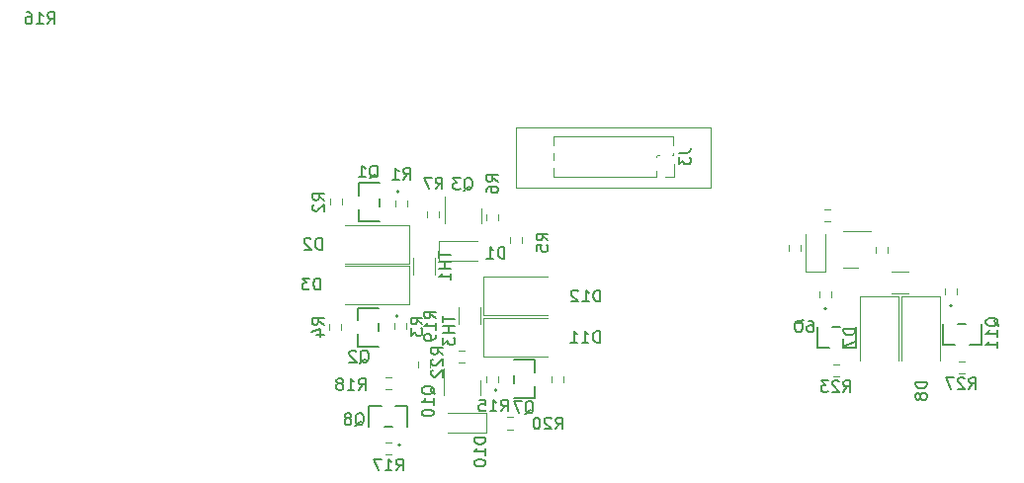
<source format=gbr>
%TF.GenerationSoftware,KiCad,Pcbnew,7.0.10*%
%TF.CreationDate,2025-03-26T19:50:54+01:00*%
%TF.ProjectId,DIC_Addon,4449435f-4164-4646-9f6e-2e6b69636164,rev?*%
%TF.SameCoordinates,Original*%
%TF.FileFunction,Legend,Bot*%
%TF.FilePolarity,Positive*%
%FSLAX46Y46*%
G04 Gerber Fmt 4.6, Leading zero omitted, Abs format (unit mm)*
G04 Created by KiCad (PCBNEW 7.0.10) date 2025-03-26 19:50:54*
%MOMM*%
%LPD*%
G01*
G04 APERTURE LIST*
%ADD10C,0.100000*%
%ADD11C,0.150000*%
%ADD12C,0.120000*%
%ADD13C,0.152400*%
G04 APERTURE END LIST*
D10*
X37751000Y-20701000D02*
X54451000Y-20701000D01*
X54451000Y-25901000D01*
X37751000Y-25901000D01*
X37751000Y-20701000D01*
D11*
X-2385243Y-11849418D02*
X-2051910Y-11373227D01*
X-1813815Y-11849418D02*
X-1813815Y-10849418D01*
X-1813815Y-10849418D02*
X-2194767Y-10849418D01*
X-2194767Y-10849418D02*
X-2290005Y-10897037D01*
X-2290005Y-10897037D02*
X-2337624Y-10944656D01*
X-2337624Y-10944656D02*
X-2385243Y-11039894D01*
X-2385243Y-11039894D02*
X-2385243Y-11182751D01*
X-2385243Y-11182751D02*
X-2337624Y-11277989D01*
X-2337624Y-11277989D02*
X-2290005Y-11325608D01*
X-2290005Y-11325608D02*
X-2194767Y-11373227D01*
X-2194767Y-11373227D02*
X-1813815Y-11373227D01*
X-3337624Y-11849418D02*
X-2766196Y-11849418D01*
X-3051910Y-11849418D02*
X-3051910Y-10849418D01*
X-3051910Y-10849418D02*
X-2956672Y-10992275D01*
X-2956672Y-10992275D02*
X-2861434Y-11087513D01*
X-2861434Y-11087513D02*
X-2766196Y-11135132D01*
X-4194767Y-10849418D02*
X-4004291Y-10849418D01*
X-4004291Y-10849418D02*
X-3909053Y-10897037D01*
X-3909053Y-10897037D02*
X-3861434Y-10944656D01*
X-3861434Y-10944656D02*
X-3766196Y-11087513D01*
X-3766196Y-11087513D02*
X-3718577Y-11277989D01*
X-3718577Y-11277989D02*
X-3718577Y-11658941D01*
X-3718577Y-11658941D02*
X-3766196Y-11754179D01*
X-3766196Y-11754179D02*
X-3813815Y-11801799D01*
X-3813815Y-11801799D02*
X-3909053Y-11849418D01*
X-3909053Y-11849418D02*
X-4099529Y-11849418D01*
X-4099529Y-11849418D02*
X-4194767Y-11801799D01*
X-4194767Y-11801799D02*
X-4242386Y-11754179D01*
X-4242386Y-11754179D02*
X-4290005Y-11658941D01*
X-4290005Y-11658941D02*
X-4290005Y-11420846D01*
X-4290005Y-11420846D02*
X-4242386Y-11325608D01*
X-4242386Y-11325608D02*
X-4194767Y-11277989D01*
X-4194767Y-11277989D02*
X-4099529Y-11230370D01*
X-4099529Y-11230370D02*
X-3909053Y-11230370D01*
X-3909053Y-11230370D02*
X-3813815Y-11277989D01*
X-3813815Y-11277989D02*
X-3766196Y-11325608D01*
X-3766196Y-11325608D02*
X-3718577Y-11420846D01*
X62337961Y-37194342D02*
X62242723Y-37241961D01*
X62242723Y-37241961D02*
X62147485Y-37337200D01*
X62147485Y-37337200D02*
X62004628Y-37480057D01*
X62004628Y-37480057D02*
X61909390Y-37527676D01*
X61909390Y-37527676D02*
X61814152Y-37527676D01*
X61861771Y-37289580D02*
X61766533Y-37337200D01*
X61766533Y-37337200D02*
X61671295Y-37432438D01*
X61671295Y-37432438D02*
X61623676Y-37622914D01*
X61623676Y-37622914D02*
X61623676Y-37956247D01*
X61623676Y-37956247D02*
X61671295Y-38146723D01*
X61671295Y-38146723D02*
X61766533Y-38241961D01*
X61766533Y-38241961D02*
X61861771Y-38289580D01*
X61861771Y-38289580D02*
X62052247Y-38289580D01*
X62052247Y-38289580D02*
X62147485Y-38241961D01*
X62147485Y-38241961D02*
X62242723Y-38146723D01*
X62242723Y-38146723D02*
X62290342Y-37956247D01*
X62290342Y-37956247D02*
X62290342Y-37622914D01*
X62290342Y-37622914D02*
X62242723Y-37432438D01*
X62242723Y-37432438D02*
X62147485Y-37337200D01*
X62147485Y-37337200D02*
X62052247Y-37289580D01*
X62052247Y-37289580D02*
X61861771Y-37289580D01*
X62766533Y-37289580D02*
X62957009Y-37289580D01*
X62957009Y-37289580D02*
X63052247Y-37337200D01*
X63052247Y-37337200D02*
X63099866Y-37384819D01*
X63099866Y-37384819D02*
X63195104Y-37527676D01*
X63195104Y-37527676D02*
X63242723Y-37718152D01*
X63242723Y-37718152D02*
X63242723Y-38099104D01*
X63242723Y-38099104D02*
X63195104Y-38194342D01*
X63195104Y-38194342D02*
X63147485Y-38241961D01*
X63147485Y-38241961D02*
X63052247Y-38289580D01*
X63052247Y-38289580D02*
X62861771Y-38289580D01*
X62861771Y-38289580D02*
X62766533Y-38241961D01*
X62766533Y-38241961D02*
X62718914Y-38194342D01*
X62718914Y-38194342D02*
X62671295Y-38099104D01*
X62671295Y-38099104D02*
X62671295Y-37861009D01*
X62671295Y-37861009D02*
X62718914Y-37765771D01*
X62718914Y-37765771D02*
X62766533Y-37718152D01*
X62766533Y-37718152D02*
X62861771Y-37670533D01*
X62861771Y-37670533D02*
X63052247Y-37670533D01*
X63052247Y-37670533D02*
X63147485Y-37718152D01*
X63147485Y-37718152D02*
X63195104Y-37765771D01*
X63195104Y-37765771D02*
X63242723Y-37861009D01*
X29737319Y-37610333D02*
X29261128Y-37277000D01*
X29737319Y-37038905D02*
X28737319Y-37038905D01*
X28737319Y-37038905D02*
X28737319Y-37419857D01*
X28737319Y-37419857D02*
X28784938Y-37515095D01*
X28784938Y-37515095D02*
X28832557Y-37562714D01*
X28832557Y-37562714D02*
X28927795Y-37610333D01*
X28927795Y-37610333D02*
X29070652Y-37610333D01*
X29070652Y-37610333D02*
X29165890Y-37562714D01*
X29165890Y-37562714D02*
X29213509Y-37515095D01*
X29213509Y-37515095D02*
X29261128Y-37419857D01*
X29261128Y-37419857D02*
X29261128Y-37038905D01*
X28737319Y-37943667D02*
X28737319Y-38562714D01*
X28737319Y-38562714D02*
X29118271Y-38229381D01*
X29118271Y-38229381D02*
X29118271Y-38372238D01*
X29118271Y-38372238D02*
X29165890Y-38467476D01*
X29165890Y-38467476D02*
X29213509Y-38515095D01*
X29213509Y-38515095D02*
X29308747Y-38562714D01*
X29308747Y-38562714D02*
X29546842Y-38562714D01*
X29546842Y-38562714D02*
X29642080Y-38515095D01*
X29642080Y-38515095D02*
X29689700Y-38467476D01*
X29689700Y-38467476D02*
X29737319Y-38372238D01*
X29737319Y-38372238D02*
X29737319Y-38086524D01*
X29737319Y-38086524D02*
X29689700Y-37991286D01*
X29689700Y-37991286D02*
X29642080Y-37943667D01*
X21333619Y-26960533D02*
X20857428Y-26627200D01*
X21333619Y-26389105D02*
X20333619Y-26389105D01*
X20333619Y-26389105D02*
X20333619Y-26770057D01*
X20333619Y-26770057D02*
X20381238Y-26865295D01*
X20381238Y-26865295D02*
X20428857Y-26912914D01*
X20428857Y-26912914D02*
X20524095Y-26960533D01*
X20524095Y-26960533D02*
X20666952Y-26960533D01*
X20666952Y-26960533D02*
X20762190Y-26912914D01*
X20762190Y-26912914D02*
X20809809Y-26865295D01*
X20809809Y-26865295D02*
X20857428Y-26770057D01*
X20857428Y-26770057D02*
X20857428Y-26389105D01*
X20428857Y-27341486D02*
X20381238Y-27389105D01*
X20381238Y-27389105D02*
X20333619Y-27484343D01*
X20333619Y-27484343D02*
X20333619Y-27722438D01*
X20333619Y-27722438D02*
X20381238Y-27817676D01*
X20381238Y-27817676D02*
X20428857Y-27865295D01*
X20428857Y-27865295D02*
X20524095Y-27912914D01*
X20524095Y-27912914D02*
X20619333Y-27912914D01*
X20619333Y-27912914D02*
X20762190Y-27865295D01*
X20762190Y-27865295D02*
X21333619Y-27293867D01*
X21333619Y-27293867D02*
X21333619Y-27912914D01*
X28106666Y-25194419D02*
X28439999Y-24718228D01*
X28678094Y-25194419D02*
X28678094Y-24194419D01*
X28678094Y-24194419D02*
X28297142Y-24194419D01*
X28297142Y-24194419D02*
X28201904Y-24242038D01*
X28201904Y-24242038D02*
X28154285Y-24289657D01*
X28154285Y-24289657D02*
X28106666Y-24384895D01*
X28106666Y-24384895D02*
X28106666Y-24527752D01*
X28106666Y-24527752D02*
X28154285Y-24622990D01*
X28154285Y-24622990D02*
X28201904Y-24670609D01*
X28201904Y-24670609D02*
X28297142Y-24718228D01*
X28297142Y-24718228D02*
X28678094Y-24718228D01*
X27154285Y-25194419D02*
X27725713Y-25194419D01*
X27439999Y-25194419D02*
X27439999Y-24194419D01*
X27439999Y-24194419D02*
X27535237Y-24337276D01*
X27535237Y-24337276D02*
X27630475Y-24432514D01*
X27630475Y-24432514D02*
X27725713Y-24480133D01*
X24264857Y-43228419D02*
X24598190Y-42752228D01*
X24836285Y-43228419D02*
X24836285Y-42228419D01*
X24836285Y-42228419D02*
X24455333Y-42228419D01*
X24455333Y-42228419D02*
X24360095Y-42276038D01*
X24360095Y-42276038D02*
X24312476Y-42323657D01*
X24312476Y-42323657D02*
X24264857Y-42418895D01*
X24264857Y-42418895D02*
X24264857Y-42561752D01*
X24264857Y-42561752D02*
X24312476Y-42656990D01*
X24312476Y-42656990D02*
X24360095Y-42704609D01*
X24360095Y-42704609D02*
X24455333Y-42752228D01*
X24455333Y-42752228D02*
X24836285Y-42752228D01*
X23312476Y-43228419D02*
X23883904Y-43228419D01*
X23598190Y-43228419D02*
X23598190Y-42228419D01*
X23598190Y-42228419D02*
X23693428Y-42371276D01*
X23693428Y-42371276D02*
X23788666Y-42466514D01*
X23788666Y-42466514D02*
X23883904Y-42514133D01*
X22741047Y-42656990D02*
X22836285Y-42609371D01*
X22836285Y-42609371D02*
X22883904Y-42561752D01*
X22883904Y-42561752D02*
X22931523Y-42466514D01*
X22931523Y-42466514D02*
X22931523Y-42418895D01*
X22931523Y-42418895D02*
X22883904Y-42323657D01*
X22883904Y-42323657D02*
X22836285Y-42276038D01*
X22836285Y-42276038D02*
X22741047Y-42228419D01*
X22741047Y-42228419D02*
X22550571Y-42228419D01*
X22550571Y-42228419D02*
X22455333Y-42276038D01*
X22455333Y-42276038D02*
X22407714Y-42323657D01*
X22407714Y-42323657D02*
X22360095Y-42418895D01*
X22360095Y-42418895D02*
X22360095Y-42466514D01*
X22360095Y-42466514D02*
X22407714Y-42561752D01*
X22407714Y-42561752D02*
X22455333Y-42609371D01*
X22455333Y-42609371D02*
X22550571Y-42656990D01*
X22550571Y-42656990D02*
X22741047Y-42656990D01*
X22741047Y-42656990D02*
X22836285Y-42704609D01*
X22836285Y-42704609D02*
X22883904Y-42752228D01*
X22883904Y-42752228D02*
X22931523Y-42847466D01*
X22931523Y-42847466D02*
X22931523Y-43037942D01*
X22931523Y-43037942D02*
X22883904Y-43133180D01*
X22883904Y-43133180D02*
X22836285Y-43180800D01*
X22836285Y-43180800D02*
X22741047Y-43228419D01*
X22741047Y-43228419D02*
X22550571Y-43228419D01*
X22550571Y-43228419D02*
X22455333Y-43180800D01*
X22455333Y-43180800D02*
X22407714Y-43133180D01*
X22407714Y-43133180D02*
X22360095Y-43037942D01*
X22360095Y-43037942D02*
X22360095Y-42847466D01*
X22360095Y-42847466D02*
X22407714Y-42752228D01*
X22407714Y-42752228D02*
X22455333Y-42704609D01*
X22455333Y-42704609D02*
X22550571Y-42656990D01*
X76551356Y-43159819D02*
X76884689Y-42683628D01*
X77122784Y-43159819D02*
X77122784Y-42159819D01*
X77122784Y-42159819D02*
X76741832Y-42159819D01*
X76741832Y-42159819D02*
X76646594Y-42207438D01*
X76646594Y-42207438D02*
X76598975Y-42255057D01*
X76598975Y-42255057D02*
X76551356Y-42350295D01*
X76551356Y-42350295D02*
X76551356Y-42493152D01*
X76551356Y-42493152D02*
X76598975Y-42588390D01*
X76598975Y-42588390D02*
X76646594Y-42636009D01*
X76646594Y-42636009D02*
X76741832Y-42683628D01*
X76741832Y-42683628D02*
X77122784Y-42683628D01*
X76170403Y-42255057D02*
X76122784Y-42207438D01*
X76122784Y-42207438D02*
X76027546Y-42159819D01*
X76027546Y-42159819D02*
X75789451Y-42159819D01*
X75789451Y-42159819D02*
X75694213Y-42207438D01*
X75694213Y-42207438D02*
X75646594Y-42255057D01*
X75646594Y-42255057D02*
X75598975Y-42350295D01*
X75598975Y-42350295D02*
X75598975Y-42445533D01*
X75598975Y-42445533D02*
X75646594Y-42588390D01*
X75646594Y-42588390D02*
X76218022Y-43159819D01*
X76218022Y-43159819D02*
X75598975Y-43159819D01*
X75265641Y-42159819D02*
X74598975Y-42159819D01*
X74598975Y-42159819D02*
X75027546Y-43159819D01*
X44902285Y-39164419D02*
X44902285Y-38164419D01*
X44902285Y-38164419D02*
X44664190Y-38164419D01*
X44664190Y-38164419D02*
X44521333Y-38212038D01*
X44521333Y-38212038D02*
X44426095Y-38307276D01*
X44426095Y-38307276D02*
X44378476Y-38402514D01*
X44378476Y-38402514D02*
X44330857Y-38592990D01*
X44330857Y-38592990D02*
X44330857Y-38735847D01*
X44330857Y-38735847D02*
X44378476Y-38926323D01*
X44378476Y-38926323D02*
X44426095Y-39021561D01*
X44426095Y-39021561D02*
X44521333Y-39116800D01*
X44521333Y-39116800D02*
X44664190Y-39164419D01*
X44664190Y-39164419D02*
X44902285Y-39164419D01*
X43378476Y-39164419D02*
X43949904Y-39164419D01*
X43664190Y-39164419D02*
X43664190Y-38164419D01*
X43664190Y-38164419D02*
X43759428Y-38307276D01*
X43759428Y-38307276D02*
X43854666Y-38402514D01*
X43854666Y-38402514D02*
X43949904Y-38450133D01*
X42426095Y-39164419D02*
X42997523Y-39164419D01*
X42711809Y-39164419D02*
X42711809Y-38164419D01*
X42711809Y-38164419D02*
X42807047Y-38307276D01*
X42807047Y-38307276D02*
X42902285Y-38402514D01*
X42902285Y-38402514D02*
X42997523Y-38450133D01*
X27478357Y-50144819D02*
X27811690Y-49668628D01*
X28049785Y-50144819D02*
X28049785Y-49144819D01*
X28049785Y-49144819D02*
X27668833Y-49144819D01*
X27668833Y-49144819D02*
X27573595Y-49192438D01*
X27573595Y-49192438D02*
X27525976Y-49240057D01*
X27525976Y-49240057D02*
X27478357Y-49335295D01*
X27478357Y-49335295D02*
X27478357Y-49478152D01*
X27478357Y-49478152D02*
X27525976Y-49573390D01*
X27525976Y-49573390D02*
X27573595Y-49621009D01*
X27573595Y-49621009D02*
X27668833Y-49668628D01*
X27668833Y-49668628D02*
X28049785Y-49668628D01*
X26525976Y-50144819D02*
X27097404Y-50144819D01*
X26811690Y-50144819D02*
X26811690Y-49144819D01*
X26811690Y-49144819D02*
X26906928Y-49287676D01*
X26906928Y-49287676D02*
X27002166Y-49382914D01*
X27002166Y-49382914D02*
X27097404Y-49430533D01*
X26192642Y-49144819D02*
X25525976Y-49144819D01*
X25525976Y-49144819D02*
X25954547Y-50144819D01*
X36218019Y-25385733D02*
X35741828Y-25052400D01*
X36218019Y-24814305D02*
X35218019Y-24814305D01*
X35218019Y-24814305D02*
X35218019Y-25195257D01*
X35218019Y-25195257D02*
X35265638Y-25290495D01*
X35265638Y-25290495D02*
X35313257Y-25338114D01*
X35313257Y-25338114D02*
X35408495Y-25385733D01*
X35408495Y-25385733D02*
X35551352Y-25385733D01*
X35551352Y-25385733D02*
X35646590Y-25338114D01*
X35646590Y-25338114D02*
X35694209Y-25290495D01*
X35694209Y-25290495D02*
X35741828Y-25195257D01*
X35741828Y-25195257D02*
X35741828Y-24814305D01*
X35218019Y-26242876D02*
X35218019Y-26052400D01*
X35218019Y-26052400D02*
X35265638Y-25957162D01*
X35265638Y-25957162D02*
X35313257Y-25909543D01*
X35313257Y-25909543D02*
X35456114Y-25814305D01*
X35456114Y-25814305D02*
X35646590Y-25766686D01*
X35646590Y-25766686D02*
X36027542Y-25766686D01*
X36027542Y-25766686D02*
X36122780Y-25814305D01*
X36122780Y-25814305D02*
X36170400Y-25861924D01*
X36170400Y-25861924D02*
X36218019Y-25957162D01*
X36218019Y-25957162D02*
X36218019Y-26147638D01*
X36218019Y-26147638D02*
X36170400Y-26242876D01*
X36170400Y-26242876D02*
X36122780Y-26290495D01*
X36122780Y-26290495D02*
X36027542Y-26338114D01*
X36027542Y-26338114D02*
X35789447Y-26338114D01*
X35789447Y-26338114D02*
X35694209Y-26290495D01*
X35694209Y-26290495D02*
X35646590Y-26242876D01*
X35646590Y-26242876D02*
X35598971Y-26147638D01*
X35598971Y-26147638D02*
X35598971Y-25957162D01*
X35598971Y-25957162D02*
X35646590Y-25861924D01*
X35646590Y-25861924D02*
X35694209Y-25814305D01*
X35694209Y-25814305D02*
X35789447Y-25766686D01*
X35151219Y-47299714D02*
X34151219Y-47299714D01*
X34151219Y-47299714D02*
X34151219Y-47537809D01*
X34151219Y-47537809D02*
X34198838Y-47680666D01*
X34198838Y-47680666D02*
X34294076Y-47775904D01*
X34294076Y-47775904D02*
X34389314Y-47823523D01*
X34389314Y-47823523D02*
X34579790Y-47871142D01*
X34579790Y-47871142D02*
X34722647Y-47871142D01*
X34722647Y-47871142D02*
X34913123Y-47823523D01*
X34913123Y-47823523D02*
X35008361Y-47775904D01*
X35008361Y-47775904D02*
X35103600Y-47680666D01*
X35103600Y-47680666D02*
X35151219Y-47537809D01*
X35151219Y-47537809D02*
X35151219Y-47299714D01*
X35151219Y-48823523D02*
X35151219Y-48252095D01*
X35151219Y-48537809D02*
X34151219Y-48537809D01*
X34151219Y-48537809D02*
X34294076Y-48442571D01*
X34294076Y-48442571D02*
X34389314Y-48347333D01*
X34389314Y-48347333D02*
X34436933Y-48252095D01*
X34151219Y-49442571D02*
X34151219Y-49537809D01*
X34151219Y-49537809D02*
X34198838Y-49633047D01*
X34198838Y-49633047D02*
X34246457Y-49680666D01*
X34246457Y-49680666D02*
X34341695Y-49728285D01*
X34341695Y-49728285D02*
X34532171Y-49775904D01*
X34532171Y-49775904D02*
X34770266Y-49775904D01*
X34770266Y-49775904D02*
X34960742Y-49728285D01*
X34960742Y-49728285D02*
X35055980Y-49680666D01*
X35055980Y-49680666D02*
X35103600Y-49633047D01*
X35103600Y-49633047D02*
X35151219Y-49537809D01*
X35151219Y-49537809D02*
X35151219Y-49442571D01*
X35151219Y-49442571D02*
X35103600Y-49347333D01*
X35103600Y-49347333D02*
X35055980Y-49299714D01*
X35055980Y-49299714D02*
X34960742Y-49252095D01*
X34960742Y-49252095D02*
X34770266Y-49204476D01*
X34770266Y-49204476D02*
X34532171Y-49204476D01*
X34532171Y-49204476D02*
X34341695Y-49252095D01*
X34341695Y-49252095D02*
X34246457Y-49299714D01*
X34246457Y-49299714D02*
X34198838Y-49347333D01*
X34198838Y-49347333D02*
X34151219Y-49442571D01*
X51700819Y-22897666D02*
X52415104Y-22897666D01*
X52415104Y-22897666D02*
X52557961Y-22850047D01*
X52557961Y-22850047D02*
X52653200Y-22754809D01*
X52653200Y-22754809D02*
X52700819Y-22611952D01*
X52700819Y-22611952D02*
X52700819Y-22516714D01*
X51700819Y-23278619D02*
X51700819Y-23897666D01*
X51700819Y-23897666D02*
X52081771Y-23564333D01*
X52081771Y-23564333D02*
X52081771Y-23707190D01*
X52081771Y-23707190D02*
X52129390Y-23802428D01*
X52129390Y-23802428D02*
X52177009Y-23850047D01*
X52177009Y-23850047D02*
X52272247Y-23897666D01*
X52272247Y-23897666D02*
X52510342Y-23897666D01*
X52510342Y-23897666D02*
X52605580Y-23850047D01*
X52605580Y-23850047D02*
X52653200Y-23802428D01*
X52653200Y-23802428D02*
X52700819Y-23707190D01*
X52700819Y-23707190D02*
X52700819Y-23421476D01*
X52700819Y-23421476D02*
X52653200Y-23326238D01*
X52653200Y-23326238D02*
X52605580Y-23278619D01*
X20956494Y-34643219D02*
X20956494Y-33643219D01*
X20956494Y-33643219D02*
X20718399Y-33643219D01*
X20718399Y-33643219D02*
X20575542Y-33690838D01*
X20575542Y-33690838D02*
X20480304Y-33786076D01*
X20480304Y-33786076D02*
X20432685Y-33881314D01*
X20432685Y-33881314D02*
X20385066Y-34071790D01*
X20385066Y-34071790D02*
X20385066Y-34214647D01*
X20385066Y-34214647D02*
X20432685Y-34405123D01*
X20432685Y-34405123D02*
X20480304Y-34500361D01*
X20480304Y-34500361D02*
X20575542Y-34595600D01*
X20575542Y-34595600D02*
X20718399Y-34643219D01*
X20718399Y-34643219D02*
X20956494Y-34643219D01*
X20051732Y-33643219D02*
X19432685Y-33643219D01*
X19432685Y-33643219D02*
X19766018Y-34024171D01*
X19766018Y-34024171D02*
X19623161Y-34024171D01*
X19623161Y-34024171D02*
X19527923Y-34071790D01*
X19527923Y-34071790D02*
X19480304Y-34119409D01*
X19480304Y-34119409D02*
X19432685Y-34214647D01*
X19432685Y-34214647D02*
X19432685Y-34452742D01*
X19432685Y-34452742D02*
X19480304Y-34547980D01*
X19480304Y-34547980D02*
X19527923Y-34595600D01*
X19527923Y-34595600D02*
X19623161Y-34643219D01*
X19623161Y-34643219D02*
X19908875Y-34643219D01*
X19908875Y-34643219D02*
X20004113Y-34595600D01*
X20004113Y-34595600D02*
X20051732Y-34547980D01*
X30849866Y-26007219D02*
X31183199Y-25531028D01*
X31421294Y-26007219D02*
X31421294Y-25007219D01*
X31421294Y-25007219D02*
X31040342Y-25007219D01*
X31040342Y-25007219D02*
X30945104Y-25054838D01*
X30945104Y-25054838D02*
X30897485Y-25102457D01*
X30897485Y-25102457D02*
X30849866Y-25197695D01*
X30849866Y-25197695D02*
X30849866Y-25340552D01*
X30849866Y-25340552D02*
X30897485Y-25435790D01*
X30897485Y-25435790D02*
X30945104Y-25483409D01*
X30945104Y-25483409D02*
X31040342Y-25531028D01*
X31040342Y-25531028D02*
X31421294Y-25531028D01*
X30516532Y-25007219D02*
X29849866Y-25007219D01*
X29849866Y-25007219D02*
X30278437Y-26007219D01*
X38500038Y-45304857D02*
X38595276Y-45257238D01*
X38595276Y-45257238D02*
X38690514Y-45162000D01*
X38690514Y-45162000D02*
X38833371Y-45019142D01*
X38833371Y-45019142D02*
X38928609Y-44971523D01*
X38928609Y-44971523D02*
X39023847Y-44971523D01*
X38976228Y-45209619D02*
X39071466Y-45162000D01*
X39071466Y-45162000D02*
X39166704Y-45066761D01*
X39166704Y-45066761D02*
X39214323Y-44876285D01*
X39214323Y-44876285D02*
X39214323Y-44542952D01*
X39214323Y-44542952D02*
X39166704Y-44352476D01*
X39166704Y-44352476D02*
X39071466Y-44257238D01*
X39071466Y-44257238D02*
X38976228Y-44209619D01*
X38976228Y-44209619D02*
X38785752Y-44209619D01*
X38785752Y-44209619D02*
X38690514Y-44257238D01*
X38690514Y-44257238D02*
X38595276Y-44352476D01*
X38595276Y-44352476D02*
X38547657Y-44542952D01*
X38547657Y-44542952D02*
X38547657Y-44876285D01*
X38547657Y-44876285D02*
X38595276Y-45066761D01*
X38595276Y-45066761D02*
X38690514Y-45162000D01*
X38690514Y-45162000D02*
X38785752Y-45209619D01*
X38785752Y-45209619D02*
X38976228Y-45209619D01*
X38214323Y-44209619D02*
X37547657Y-44209619D01*
X37547657Y-44209619D02*
X37976228Y-45209619D01*
X36755294Y-31950819D02*
X36755294Y-30950819D01*
X36755294Y-30950819D02*
X36517199Y-30950819D01*
X36517199Y-30950819D02*
X36374342Y-30998438D01*
X36374342Y-30998438D02*
X36279104Y-31093676D01*
X36279104Y-31093676D02*
X36231485Y-31188914D01*
X36231485Y-31188914D02*
X36183866Y-31379390D01*
X36183866Y-31379390D02*
X36183866Y-31522247D01*
X36183866Y-31522247D02*
X36231485Y-31712723D01*
X36231485Y-31712723D02*
X36279104Y-31807961D01*
X36279104Y-31807961D02*
X36374342Y-31903200D01*
X36374342Y-31903200D02*
X36517199Y-31950819D01*
X36517199Y-31950819D02*
X36755294Y-31950819D01*
X35231485Y-31950819D02*
X35802913Y-31950819D01*
X35517199Y-31950819D02*
X35517199Y-30950819D01*
X35517199Y-30950819D02*
X35612437Y-31093676D01*
X35612437Y-31093676D02*
X35707675Y-31188914D01*
X35707675Y-31188914D02*
X35802913Y-31236533D01*
X30776057Y-43624571D02*
X30728438Y-43529333D01*
X30728438Y-43529333D02*
X30633200Y-43434095D01*
X30633200Y-43434095D02*
X30490342Y-43291238D01*
X30490342Y-43291238D02*
X30442723Y-43196000D01*
X30442723Y-43196000D02*
X30442723Y-43100762D01*
X30680819Y-43148381D02*
X30633200Y-43053143D01*
X30633200Y-43053143D02*
X30537961Y-42957905D01*
X30537961Y-42957905D02*
X30347485Y-42910286D01*
X30347485Y-42910286D02*
X30014152Y-42910286D01*
X30014152Y-42910286D02*
X29823676Y-42957905D01*
X29823676Y-42957905D02*
X29728438Y-43053143D01*
X29728438Y-43053143D02*
X29680819Y-43148381D01*
X29680819Y-43148381D02*
X29680819Y-43338857D01*
X29680819Y-43338857D02*
X29728438Y-43434095D01*
X29728438Y-43434095D02*
X29823676Y-43529333D01*
X29823676Y-43529333D02*
X30014152Y-43576952D01*
X30014152Y-43576952D02*
X30347485Y-43576952D01*
X30347485Y-43576952D02*
X30537961Y-43529333D01*
X30537961Y-43529333D02*
X30633200Y-43434095D01*
X30633200Y-43434095D02*
X30680819Y-43338857D01*
X30680819Y-43338857D02*
X30680819Y-43148381D01*
X30680819Y-44529333D02*
X30680819Y-43957905D01*
X30680819Y-44243619D02*
X29680819Y-44243619D01*
X29680819Y-44243619D02*
X29823676Y-44148381D01*
X29823676Y-44148381D02*
X29918914Y-44053143D01*
X29918914Y-44053143D02*
X29966533Y-43957905D01*
X29680819Y-45148381D02*
X29680819Y-45243619D01*
X29680819Y-45243619D02*
X29728438Y-45338857D01*
X29728438Y-45338857D02*
X29776057Y-45386476D01*
X29776057Y-45386476D02*
X29871295Y-45434095D01*
X29871295Y-45434095D02*
X30061771Y-45481714D01*
X30061771Y-45481714D02*
X30299866Y-45481714D01*
X30299866Y-45481714D02*
X30490342Y-45434095D01*
X30490342Y-45434095D02*
X30585580Y-45386476D01*
X30585580Y-45386476D02*
X30633200Y-45338857D01*
X30633200Y-45338857D02*
X30680819Y-45243619D01*
X30680819Y-45243619D02*
X30680819Y-45148381D01*
X30680819Y-45148381D02*
X30633200Y-45053143D01*
X30633200Y-45053143D02*
X30585580Y-45005524D01*
X30585580Y-45005524D02*
X30490342Y-44957905D01*
X30490342Y-44957905D02*
X30299866Y-44910286D01*
X30299866Y-44910286D02*
X30061771Y-44910286D01*
X30061771Y-44910286D02*
X29871295Y-44957905D01*
X29871295Y-44957905D02*
X29776057Y-45005524D01*
X29776057Y-45005524D02*
X29728438Y-45053143D01*
X29728438Y-45053143D02*
X29680819Y-45148381D01*
X24377638Y-40936057D02*
X24472876Y-40888438D01*
X24472876Y-40888438D02*
X24568114Y-40793200D01*
X24568114Y-40793200D02*
X24710971Y-40650342D01*
X24710971Y-40650342D02*
X24806209Y-40602723D01*
X24806209Y-40602723D02*
X24901447Y-40602723D01*
X24853828Y-40840819D02*
X24949066Y-40793200D01*
X24949066Y-40793200D02*
X25044304Y-40697961D01*
X25044304Y-40697961D02*
X25091923Y-40507485D01*
X25091923Y-40507485D02*
X25091923Y-40174152D01*
X25091923Y-40174152D02*
X25044304Y-39983676D01*
X25044304Y-39983676D02*
X24949066Y-39888438D01*
X24949066Y-39888438D02*
X24853828Y-39840819D01*
X24853828Y-39840819D02*
X24663352Y-39840819D01*
X24663352Y-39840819D02*
X24568114Y-39888438D01*
X24568114Y-39888438D02*
X24472876Y-39983676D01*
X24472876Y-39983676D02*
X24425257Y-40174152D01*
X24425257Y-40174152D02*
X24425257Y-40507485D01*
X24425257Y-40507485D02*
X24472876Y-40697961D01*
X24472876Y-40697961D02*
X24568114Y-40793200D01*
X24568114Y-40793200D02*
X24663352Y-40840819D01*
X24663352Y-40840819D02*
X24853828Y-40840819D01*
X24044304Y-39936057D02*
X23996685Y-39888438D01*
X23996685Y-39888438D02*
X23901447Y-39840819D01*
X23901447Y-39840819D02*
X23663352Y-39840819D01*
X23663352Y-39840819D02*
X23568114Y-39888438D01*
X23568114Y-39888438D02*
X23520495Y-39936057D01*
X23520495Y-39936057D02*
X23472876Y-40031295D01*
X23472876Y-40031295D02*
X23472876Y-40126533D01*
X23472876Y-40126533D02*
X23520495Y-40269390D01*
X23520495Y-40269390D02*
X24091923Y-40840819D01*
X24091923Y-40840819D02*
X23472876Y-40840819D01*
X65793857Y-43413819D02*
X66127190Y-42937628D01*
X66365285Y-43413819D02*
X66365285Y-42413819D01*
X66365285Y-42413819D02*
X65984333Y-42413819D01*
X65984333Y-42413819D02*
X65889095Y-42461438D01*
X65889095Y-42461438D02*
X65841476Y-42509057D01*
X65841476Y-42509057D02*
X65793857Y-42604295D01*
X65793857Y-42604295D02*
X65793857Y-42747152D01*
X65793857Y-42747152D02*
X65841476Y-42842390D01*
X65841476Y-42842390D02*
X65889095Y-42890009D01*
X65889095Y-42890009D02*
X65984333Y-42937628D01*
X65984333Y-42937628D02*
X66365285Y-42937628D01*
X65412904Y-42509057D02*
X65365285Y-42461438D01*
X65365285Y-42461438D02*
X65270047Y-42413819D01*
X65270047Y-42413819D02*
X65031952Y-42413819D01*
X65031952Y-42413819D02*
X64936714Y-42461438D01*
X64936714Y-42461438D02*
X64889095Y-42509057D01*
X64889095Y-42509057D02*
X64841476Y-42604295D01*
X64841476Y-42604295D02*
X64841476Y-42699533D01*
X64841476Y-42699533D02*
X64889095Y-42842390D01*
X64889095Y-42842390D02*
X65460523Y-43413819D01*
X65460523Y-43413819D02*
X64841476Y-43413819D01*
X64508142Y-42413819D02*
X63889095Y-42413819D01*
X63889095Y-42413819D02*
X64222428Y-42794771D01*
X64222428Y-42794771D02*
X64079571Y-42794771D01*
X64079571Y-42794771D02*
X63984333Y-42842390D01*
X63984333Y-42842390D02*
X63936714Y-42890009D01*
X63936714Y-42890009D02*
X63889095Y-42985247D01*
X63889095Y-42985247D02*
X63889095Y-43223342D01*
X63889095Y-43223342D02*
X63936714Y-43318580D01*
X63936714Y-43318580D02*
X63984333Y-43366200D01*
X63984333Y-43366200D02*
X64079571Y-43413819D01*
X64079571Y-43413819D02*
X64365285Y-43413819D01*
X64365285Y-43413819D02*
X64460523Y-43366200D01*
X64460523Y-43366200D02*
X64508142Y-43318580D01*
X30884019Y-37101542D02*
X30407828Y-36768209D01*
X30884019Y-36530114D02*
X29884019Y-36530114D01*
X29884019Y-36530114D02*
X29884019Y-36911066D01*
X29884019Y-36911066D02*
X29931638Y-37006304D01*
X29931638Y-37006304D02*
X29979257Y-37053923D01*
X29979257Y-37053923D02*
X30074495Y-37101542D01*
X30074495Y-37101542D02*
X30217352Y-37101542D01*
X30217352Y-37101542D02*
X30312590Y-37053923D01*
X30312590Y-37053923D02*
X30360209Y-37006304D01*
X30360209Y-37006304D02*
X30407828Y-36911066D01*
X30407828Y-36911066D02*
X30407828Y-36530114D01*
X30884019Y-38053923D02*
X30884019Y-37482495D01*
X30884019Y-37768209D02*
X29884019Y-37768209D01*
X29884019Y-37768209D02*
X30026876Y-37672971D01*
X30026876Y-37672971D02*
X30122114Y-37577733D01*
X30122114Y-37577733D02*
X30169733Y-37482495D01*
X30884019Y-38530114D02*
X30884019Y-38720590D01*
X30884019Y-38720590D02*
X30836400Y-38815828D01*
X30836400Y-38815828D02*
X30788780Y-38863447D01*
X30788780Y-38863447D02*
X30645923Y-38958685D01*
X30645923Y-38958685D02*
X30455447Y-39006304D01*
X30455447Y-39006304D02*
X30074495Y-39006304D01*
X30074495Y-39006304D02*
X29979257Y-38958685D01*
X29979257Y-38958685D02*
X29931638Y-38911066D01*
X29931638Y-38911066D02*
X29884019Y-38815828D01*
X29884019Y-38815828D02*
X29884019Y-38625352D01*
X29884019Y-38625352D02*
X29931638Y-38530114D01*
X29931638Y-38530114D02*
X29979257Y-38482495D01*
X29979257Y-38482495D02*
X30074495Y-38434876D01*
X30074495Y-38434876D02*
X30312590Y-38434876D01*
X30312590Y-38434876D02*
X30407828Y-38482495D01*
X30407828Y-38482495D02*
X30455447Y-38530114D01*
X30455447Y-38530114D02*
X30503066Y-38625352D01*
X30503066Y-38625352D02*
X30503066Y-38815828D01*
X30503066Y-38815828D02*
X30455447Y-38911066D01*
X30455447Y-38911066D02*
X30407828Y-38958685D01*
X30407828Y-38958685D02*
X30312590Y-39006304D01*
X41130457Y-46581219D02*
X41463790Y-46105028D01*
X41701885Y-46581219D02*
X41701885Y-45581219D01*
X41701885Y-45581219D02*
X41320933Y-45581219D01*
X41320933Y-45581219D02*
X41225695Y-45628838D01*
X41225695Y-45628838D02*
X41178076Y-45676457D01*
X41178076Y-45676457D02*
X41130457Y-45771695D01*
X41130457Y-45771695D02*
X41130457Y-45914552D01*
X41130457Y-45914552D02*
X41178076Y-46009790D01*
X41178076Y-46009790D02*
X41225695Y-46057409D01*
X41225695Y-46057409D02*
X41320933Y-46105028D01*
X41320933Y-46105028D02*
X41701885Y-46105028D01*
X40749504Y-45676457D02*
X40701885Y-45628838D01*
X40701885Y-45628838D02*
X40606647Y-45581219D01*
X40606647Y-45581219D02*
X40368552Y-45581219D01*
X40368552Y-45581219D02*
X40273314Y-45628838D01*
X40273314Y-45628838D02*
X40225695Y-45676457D01*
X40225695Y-45676457D02*
X40178076Y-45771695D01*
X40178076Y-45771695D02*
X40178076Y-45866933D01*
X40178076Y-45866933D02*
X40225695Y-46009790D01*
X40225695Y-46009790D02*
X40797123Y-46581219D01*
X40797123Y-46581219D02*
X40178076Y-46581219D01*
X39559028Y-45581219D02*
X39463790Y-45581219D01*
X39463790Y-45581219D02*
X39368552Y-45628838D01*
X39368552Y-45628838D02*
X39320933Y-45676457D01*
X39320933Y-45676457D02*
X39273314Y-45771695D01*
X39273314Y-45771695D02*
X39225695Y-45962171D01*
X39225695Y-45962171D02*
X39225695Y-46200266D01*
X39225695Y-46200266D02*
X39273314Y-46390742D01*
X39273314Y-46390742D02*
X39320933Y-46485980D01*
X39320933Y-46485980D02*
X39368552Y-46533600D01*
X39368552Y-46533600D02*
X39463790Y-46581219D01*
X39463790Y-46581219D02*
X39559028Y-46581219D01*
X39559028Y-46581219D02*
X39654266Y-46533600D01*
X39654266Y-46533600D02*
X39701885Y-46485980D01*
X39701885Y-46485980D02*
X39749504Y-46390742D01*
X39749504Y-46390742D02*
X39797123Y-46200266D01*
X39797123Y-46200266D02*
X39797123Y-45962171D01*
X39797123Y-45962171D02*
X39749504Y-45771695D01*
X39749504Y-45771695D02*
X39701885Y-45676457D01*
X39701885Y-45676457D02*
X39654266Y-45628838D01*
X39654266Y-45628838D02*
X39559028Y-45581219D01*
X36456857Y-45057219D02*
X36790190Y-44581028D01*
X37028285Y-45057219D02*
X37028285Y-44057219D01*
X37028285Y-44057219D02*
X36647333Y-44057219D01*
X36647333Y-44057219D02*
X36552095Y-44104838D01*
X36552095Y-44104838D02*
X36504476Y-44152457D01*
X36504476Y-44152457D02*
X36456857Y-44247695D01*
X36456857Y-44247695D02*
X36456857Y-44390552D01*
X36456857Y-44390552D02*
X36504476Y-44485790D01*
X36504476Y-44485790D02*
X36552095Y-44533409D01*
X36552095Y-44533409D02*
X36647333Y-44581028D01*
X36647333Y-44581028D02*
X37028285Y-44581028D01*
X35504476Y-45057219D02*
X36075904Y-45057219D01*
X35790190Y-45057219D02*
X35790190Y-44057219D01*
X35790190Y-44057219D02*
X35885428Y-44200076D01*
X35885428Y-44200076D02*
X35980666Y-44295314D01*
X35980666Y-44295314D02*
X36075904Y-44342933D01*
X34599714Y-44057219D02*
X35075904Y-44057219D01*
X35075904Y-44057219D02*
X35123523Y-44533409D01*
X35123523Y-44533409D02*
X35075904Y-44485790D01*
X35075904Y-44485790D02*
X34980666Y-44438171D01*
X34980666Y-44438171D02*
X34742571Y-44438171D01*
X34742571Y-44438171D02*
X34647333Y-44485790D01*
X34647333Y-44485790D02*
X34599714Y-44533409D01*
X34599714Y-44533409D02*
X34552095Y-44628647D01*
X34552095Y-44628647D02*
X34552095Y-44866742D01*
X34552095Y-44866742D02*
X34599714Y-44961980D01*
X34599714Y-44961980D02*
X34647333Y-45009600D01*
X34647333Y-45009600D02*
X34742571Y-45057219D01*
X34742571Y-45057219D02*
X34980666Y-45057219D01*
X34980666Y-45057219D02*
X35075904Y-45009600D01*
X35075904Y-45009600D02*
X35123523Y-44961980D01*
X21108894Y-31188819D02*
X21108894Y-30188819D01*
X21108894Y-30188819D02*
X20870799Y-30188819D01*
X20870799Y-30188819D02*
X20727942Y-30236438D01*
X20727942Y-30236438D02*
X20632704Y-30331676D01*
X20632704Y-30331676D02*
X20585085Y-30426914D01*
X20585085Y-30426914D02*
X20537466Y-30617390D01*
X20537466Y-30617390D02*
X20537466Y-30760247D01*
X20537466Y-30760247D02*
X20585085Y-30950723D01*
X20585085Y-30950723D02*
X20632704Y-31045961D01*
X20632704Y-31045961D02*
X20727942Y-31141200D01*
X20727942Y-31141200D02*
X20870799Y-31188819D01*
X20870799Y-31188819D02*
X21108894Y-31188819D01*
X20156513Y-30284057D02*
X20108894Y-30236438D01*
X20108894Y-30236438D02*
X20013656Y-30188819D01*
X20013656Y-30188819D02*
X19775561Y-30188819D01*
X19775561Y-30188819D02*
X19680323Y-30236438D01*
X19680323Y-30236438D02*
X19632704Y-30284057D01*
X19632704Y-30284057D02*
X19585085Y-30379295D01*
X19585085Y-30379295D02*
X19585085Y-30474533D01*
X19585085Y-30474533D02*
X19632704Y-30617390D01*
X19632704Y-30617390D02*
X20204132Y-31188819D01*
X20204132Y-31188819D02*
X19585085Y-31188819D01*
X31159319Y-31331286D02*
X31159319Y-31902714D01*
X32159319Y-31617000D02*
X31159319Y-31617000D01*
X32159319Y-32236048D02*
X31159319Y-32236048D01*
X31635509Y-32236048D02*
X31635509Y-32807476D01*
X32159319Y-32807476D02*
X31159319Y-32807476D01*
X32159319Y-33807476D02*
X32159319Y-33236048D01*
X32159319Y-33521762D02*
X31159319Y-33521762D01*
X31159319Y-33521762D02*
X31302176Y-33426524D01*
X31302176Y-33426524D02*
X31397414Y-33331286D01*
X31397414Y-33331286D02*
X31445033Y-33236048D01*
X44953085Y-35659219D02*
X44953085Y-34659219D01*
X44953085Y-34659219D02*
X44714990Y-34659219D01*
X44714990Y-34659219D02*
X44572133Y-34706838D01*
X44572133Y-34706838D02*
X44476895Y-34802076D01*
X44476895Y-34802076D02*
X44429276Y-34897314D01*
X44429276Y-34897314D02*
X44381657Y-35087790D01*
X44381657Y-35087790D02*
X44381657Y-35230647D01*
X44381657Y-35230647D02*
X44429276Y-35421123D01*
X44429276Y-35421123D02*
X44476895Y-35516361D01*
X44476895Y-35516361D02*
X44572133Y-35611600D01*
X44572133Y-35611600D02*
X44714990Y-35659219D01*
X44714990Y-35659219D02*
X44953085Y-35659219D01*
X43429276Y-35659219D02*
X44000704Y-35659219D01*
X43714990Y-35659219D02*
X43714990Y-34659219D01*
X43714990Y-34659219D02*
X43810228Y-34802076D01*
X43810228Y-34802076D02*
X43905466Y-34897314D01*
X43905466Y-34897314D02*
X44000704Y-34944933D01*
X43048323Y-34754457D02*
X43000704Y-34706838D01*
X43000704Y-34706838D02*
X42905466Y-34659219D01*
X42905466Y-34659219D02*
X42667371Y-34659219D01*
X42667371Y-34659219D02*
X42572133Y-34706838D01*
X42572133Y-34706838D02*
X42524514Y-34754457D01*
X42524514Y-34754457D02*
X42476895Y-34849695D01*
X42476895Y-34849695D02*
X42476895Y-34944933D01*
X42476895Y-34944933D02*
X42524514Y-35087790D01*
X42524514Y-35087790D02*
X43095942Y-35659219D01*
X43095942Y-35659219D02*
X42476895Y-35659219D01*
X31509619Y-36865086D02*
X31509619Y-37436514D01*
X32509619Y-37150800D02*
X31509619Y-37150800D01*
X32509619Y-37769848D02*
X31509619Y-37769848D01*
X31985809Y-37769848D02*
X31985809Y-38341276D01*
X32509619Y-38341276D02*
X31509619Y-38341276D01*
X31509619Y-38722229D02*
X31509619Y-39341276D01*
X31509619Y-39341276D02*
X31890571Y-39007943D01*
X31890571Y-39007943D02*
X31890571Y-39150800D01*
X31890571Y-39150800D02*
X31938190Y-39246038D01*
X31938190Y-39246038D02*
X31985809Y-39293657D01*
X31985809Y-39293657D02*
X32081047Y-39341276D01*
X32081047Y-39341276D02*
X32319142Y-39341276D01*
X32319142Y-39341276D02*
X32414380Y-39293657D01*
X32414380Y-39293657D02*
X32462000Y-39246038D01*
X32462000Y-39246038D02*
X32509619Y-39150800D01*
X32509619Y-39150800D02*
X32509619Y-38865086D01*
X32509619Y-38865086D02*
X32462000Y-38769848D01*
X32462000Y-38769848D02*
X32414380Y-38722229D01*
X25190438Y-25086457D02*
X25285676Y-25038838D01*
X25285676Y-25038838D02*
X25380914Y-24943600D01*
X25380914Y-24943600D02*
X25523771Y-24800742D01*
X25523771Y-24800742D02*
X25619009Y-24753123D01*
X25619009Y-24753123D02*
X25714247Y-24753123D01*
X25666628Y-24991219D02*
X25761866Y-24943600D01*
X25761866Y-24943600D02*
X25857104Y-24848361D01*
X25857104Y-24848361D02*
X25904723Y-24657885D01*
X25904723Y-24657885D02*
X25904723Y-24324552D01*
X25904723Y-24324552D02*
X25857104Y-24134076D01*
X25857104Y-24134076D02*
X25761866Y-24038838D01*
X25761866Y-24038838D02*
X25666628Y-23991219D01*
X25666628Y-23991219D02*
X25476152Y-23991219D01*
X25476152Y-23991219D02*
X25380914Y-24038838D01*
X25380914Y-24038838D02*
X25285676Y-24134076D01*
X25285676Y-24134076D02*
X25238057Y-24324552D01*
X25238057Y-24324552D02*
X25238057Y-24657885D01*
X25238057Y-24657885D02*
X25285676Y-24848361D01*
X25285676Y-24848361D02*
X25380914Y-24943600D01*
X25380914Y-24943600D02*
X25476152Y-24991219D01*
X25476152Y-24991219D02*
X25666628Y-24991219D01*
X24285676Y-24991219D02*
X24857104Y-24991219D01*
X24571390Y-24991219D02*
X24571390Y-23991219D01*
X24571390Y-23991219D02*
X24666628Y-24134076D01*
X24666628Y-24134076D02*
X24761866Y-24229314D01*
X24761866Y-24229314D02*
X24857104Y-24276933D01*
X72946419Y-42543505D02*
X71946419Y-42543505D01*
X71946419Y-42543505D02*
X71946419Y-42781600D01*
X71946419Y-42781600D02*
X71994038Y-42924457D01*
X71994038Y-42924457D02*
X72089276Y-43019695D01*
X72089276Y-43019695D02*
X72184514Y-43067314D01*
X72184514Y-43067314D02*
X72374990Y-43114933D01*
X72374990Y-43114933D02*
X72517847Y-43114933D01*
X72517847Y-43114933D02*
X72708323Y-43067314D01*
X72708323Y-43067314D02*
X72803561Y-43019695D01*
X72803561Y-43019695D02*
X72898800Y-42924457D01*
X72898800Y-42924457D02*
X72946419Y-42781600D01*
X72946419Y-42781600D02*
X72946419Y-42543505D01*
X72374990Y-43686362D02*
X72327371Y-43591124D01*
X72327371Y-43591124D02*
X72279752Y-43543505D01*
X72279752Y-43543505D02*
X72184514Y-43495886D01*
X72184514Y-43495886D02*
X72136895Y-43495886D01*
X72136895Y-43495886D02*
X72041657Y-43543505D01*
X72041657Y-43543505D02*
X71994038Y-43591124D01*
X71994038Y-43591124D02*
X71946419Y-43686362D01*
X71946419Y-43686362D02*
X71946419Y-43876838D01*
X71946419Y-43876838D02*
X71994038Y-43972076D01*
X71994038Y-43972076D02*
X72041657Y-44019695D01*
X72041657Y-44019695D02*
X72136895Y-44067314D01*
X72136895Y-44067314D02*
X72184514Y-44067314D01*
X72184514Y-44067314D02*
X72279752Y-44019695D01*
X72279752Y-44019695D02*
X72327371Y-43972076D01*
X72327371Y-43972076D02*
X72374990Y-43876838D01*
X72374990Y-43876838D02*
X72374990Y-43686362D01*
X72374990Y-43686362D02*
X72422609Y-43591124D01*
X72422609Y-43591124D02*
X72470228Y-43543505D01*
X72470228Y-43543505D02*
X72565466Y-43495886D01*
X72565466Y-43495886D02*
X72755942Y-43495886D01*
X72755942Y-43495886D02*
X72851180Y-43543505D01*
X72851180Y-43543505D02*
X72898800Y-43591124D01*
X72898800Y-43591124D02*
X72946419Y-43686362D01*
X72946419Y-43686362D02*
X72946419Y-43876838D01*
X72946419Y-43876838D02*
X72898800Y-43972076D01*
X72898800Y-43972076D02*
X72851180Y-44019695D01*
X72851180Y-44019695D02*
X72755942Y-44067314D01*
X72755942Y-44067314D02*
X72565466Y-44067314D01*
X72565466Y-44067314D02*
X72470228Y-44019695D01*
X72470228Y-44019695D02*
X72422609Y-43972076D01*
X72422609Y-43972076D02*
X72374990Y-43876838D01*
X33267638Y-26153257D02*
X33362876Y-26105638D01*
X33362876Y-26105638D02*
X33458114Y-26010400D01*
X33458114Y-26010400D02*
X33600971Y-25867542D01*
X33600971Y-25867542D02*
X33696209Y-25819923D01*
X33696209Y-25819923D02*
X33791447Y-25819923D01*
X33743828Y-26058019D02*
X33839066Y-26010400D01*
X33839066Y-26010400D02*
X33934304Y-25915161D01*
X33934304Y-25915161D02*
X33981923Y-25724685D01*
X33981923Y-25724685D02*
X33981923Y-25391352D01*
X33981923Y-25391352D02*
X33934304Y-25200876D01*
X33934304Y-25200876D02*
X33839066Y-25105638D01*
X33839066Y-25105638D02*
X33743828Y-25058019D01*
X33743828Y-25058019D02*
X33553352Y-25058019D01*
X33553352Y-25058019D02*
X33458114Y-25105638D01*
X33458114Y-25105638D02*
X33362876Y-25200876D01*
X33362876Y-25200876D02*
X33315257Y-25391352D01*
X33315257Y-25391352D02*
X33315257Y-25724685D01*
X33315257Y-25724685D02*
X33362876Y-25915161D01*
X33362876Y-25915161D02*
X33458114Y-26010400D01*
X33458114Y-26010400D02*
X33553352Y-26058019D01*
X33553352Y-26058019D02*
X33743828Y-26058019D01*
X32981923Y-25058019D02*
X32362876Y-25058019D01*
X32362876Y-25058019D02*
X32696209Y-25438971D01*
X32696209Y-25438971D02*
X32553352Y-25438971D01*
X32553352Y-25438971D02*
X32458114Y-25486590D01*
X32458114Y-25486590D02*
X32410495Y-25534209D01*
X32410495Y-25534209D02*
X32362876Y-25629447D01*
X32362876Y-25629447D02*
X32362876Y-25867542D01*
X32362876Y-25867542D02*
X32410495Y-25962780D01*
X32410495Y-25962780D02*
X32458114Y-26010400D01*
X32458114Y-26010400D02*
X32553352Y-26058019D01*
X32553352Y-26058019D02*
X32839066Y-26058019D01*
X32839066Y-26058019D02*
X32934304Y-26010400D01*
X32934304Y-26010400D02*
X32981923Y-25962780D01*
X79086857Y-37782571D02*
X79039238Y-37687333D01*
X79039238Y-37687333D02*
X78944000Y-37592095D01*
X78944000Y-37592095D02*
X78801142Y-37449238D01*
X78801142Y-37449238D02*
X78753523Y-37354000D01*
X78753523Y-37354000D02*
X78753523Y-37258762D01*
X78991619Y-37306381D02*
X78944000Y-37211143D01*
X78944000Y-37211143D02*
X78848761Y-37115905D01*
X78848761Y-37115905D02*
X78658285Y-37068286D01*
X78658285Y-37068286D02*
X78324952Y-37068286D01*
X78324952Y-37068286D02*
X78134476Y-37115905D01*
X78134476Y-37115905D02*
X78039238Y-37211143D01*
X78039238Y-37211143D02*
X77991619Y-37306381D01*
X77991619Y-37306381D02*
X77991619Y-37496857D01*
X77991619Y-37496857D02*
X78039238Y-37592095D01*
X78039238Y-37592095D02*
X78134476Y-37687333D01*
X78134476Y-37687333D02*
X78324952Y-37734952D01*
X78324952Y-37734952D02*
X78658285Y-37734952D01*
X78658285Y-37734952D02*
X78848761Y-37687333D01*
X78848761Y-37687333D02*
X78944000Y-37592095D01*
X78944000Y-37592095D02*
X78991619Y-37496857D01*
X78991619Y-37496857D02*
X78991619Y-37306381D01*
X78991619Y-38687333D02*
X78991619Y-38115905D01*
X78991619Y-38401619D02*
X77991619Y-38401619D01*
X77991619Y-38401619D02*
X78134476Y-38306381D01*
X78134476Y-38306381D02*
X78229714Y-38211143D01*
X78229714Y-38211143D02*
X78277333Y-38115905D01*
X78991619Y-39639714D02*
X78991619Y-39068286D01*
X78991619Y-39354000D02*
X77991619Y-39354000D01*
X77991619Y-39354000D02*
X78134476Y-39258762D01*
X78134476Y-39258762D02*
X78229714Y-39163524D01*
X78229714Y-39163524D02*
X78277333Y-39068286D01*
X23971238Y-46320857D02*
X24066476Y-46273238D01*
X24066476Y-46273238D02*
X24161714Y-46178000D01*
X24161714Y-46178000D02*
X24304571Y-46035142D01*
X24304571Y-46035142D02*
X24399809Y-45987523D01*
X24399809Y-45987523D02*
X24495047Y-45987523D01*
X24447428Y-46225619D02*
X24542666Y-46178000D01*
X24542666Y-46178000D02*
X24637904Y-46082761D01*
X24637904Y-46082761D02*
X24685523Y-45892285D01*
X24685523Y-45892285D02*
X24685523Y-45558952D01*
X24685523Y-45558952D02*
X24637904Y-45368476D01*
X24637904Y-45368476D02*
X24542666Y-45273238D01*
X24542666Y-45273238D02*
X24447428Y-45225619D01*
X24447428Y-45225619D02*
X24256952Y-45225619D01*
X24256952Y-45225619D02*
X24161714Y-45273238D01*
X24161714Y-45273238D02*
X24066476Y-45368476D01*
X24066476Y-45368476D02*
X24018857Y-45558952D01*
X24018857Y-45558952D02*
X24018857Y-45892285D01*
X24018857Y-45892285D02*
X24066476Y-46082761D01*
X24066476Y-46082761D02*
X24161714Y-46178000D01*
X24161714Y-46178000D02*
X24256952Y-46225619D01*
X24256952Y-46225619D02*
X24447428Y-46225619D01*
X23447428Y-45654190D02*
X23542666Y-45606571D01*
X23542666Y-45606571D02*
X23590285Y-45558952D01*
X23590285Y-45558952D02*
X23637904Y-45463714D01*
X23637904Y-45463714D02*
X23637904Y-45416095D01*
X23637904Y-45416095D02*
X23590285Y-45320857D01*
X23590285Y-45320857D02*
X23542666Y-45273238D01*
X23542666Y-45273238D02*
X23447428Y-45225619D01*
X23447428Y-45225619D02*
X23256952Y-45225619D01*
X23256952Y-45225619D02*
X23161714Y-45273238D01*
X23161714Y-45273238D02*
X23114095Y-45320857D01*
X23114095Y-45320857D02*
X23066476Y-45416095D01*
X23066476Y-45416095D02*
X23066476Y-45463714D01*
X23066476Y-45463714D02*
X23114095Y-45558952D01*
X23114095Y-45558952D02*
X23161714Y-45606571D01*
X23161714Y-45606571D02*
X23256952Y-45654190D01*
X23256952Y-45654190D02*
X23447428Y-45654190D01*
X23447428Y-45654190D02*
X23542666Y-45701809D01*
X23542666Y-45701809D02*
X23590285Y-45749428D01*
X23590285Y-45749428D02*
X23637904Y-45844666D01*
X23637904Y-45844666D02*
X23637904Y-46035142D01*
X23637904Y-46035142D02*
X23590285Y-46130380D01*
X23590285Y-46130380D02*
X23542666Y-46178000D01*
X23542666Y-46178000D02*
X23447428Y-46225619D01*
X23447428Y-46225619D02*
X23256952Y-46225619D01*
X23256952Y-46225619D02*
X23161714Y-46178000D01*
X23161714Y-46178000D02*
X23114095Y-46130380D01*
X23114095Y-46130380D02*
X23066476Y-46035142D01*
X23066476Y-46035142D02*
X23066476Y-45844666D01*
X23066476Y-45844666D02*
X23114095Y-45749428D01*
X23114095Y-45749428D02*
X23161714Y-45701809D01*
X23161714Y-45701809D02*
X23256952Y-45654190D01*
X21289319Y-37633833D02*
X20813128Y-37300500D01*
X21289319Y-37062405D02*
X20289319Y-37062405D01*
X20289319Y-37062405D02*
X20289319Y-37443357D01*
X20289319Y-37443357D02*
X20336938Y-37538595D01*
X20336938Y-37538595D02*
X20384557Y-37586214D01*
X20384557Y-37586214D02*
X20479795Y-37633833D01*
X20479795Y-37633833D02*
X20622652Y-37633833D01*
X20622652Y-37633833D02*
X20717890Y-37586214D01*
X20717890Y-37586214D02*
X20765509Y-37538595D01*
X20765509Y-37538595D02*
X20813128Y-37443357D01*
X20813128Y-37443357D02*
X20813128Y-37062405D01*
X20622652Y-38490976D02*
X21289319Y-38490976D01*
X20241700Y-38252881D02*
X20955985Y-38014786D01*
X20955985Y-38014786D02*
X20955985Y-38633833D01*
X31493619Y-40200342D02*
X31017428Y-39867009D01*
X31493619Y-39628914D02*
X30493619Y-39628914D01*
X30493619Y-39628914D02*
X30493619Y-40009866D01*
X30493619Y-40009866D02*
X30541238Y-40105104D01*
X30541238Y-40105104D02*
X30588857Y-40152723D01*
X30588857Y-40152723D02*
X30684095Y-40200342D01*
X30684095Y-40200342D02*
X30826952Y-40200342D01*
X30826952Y-40200342D02*
X30922190Y-40152723D01*
X30922190Y-40152723D02*
X30969809Y-40105104D01*
X30969809Y-40105104D02*
X31017428Y-40009866D01*
X31017428Y-40009866D02*
X31017428Y-39628914D01*
X30588857Y-40581295D02*
X30541238Y-40628914D01*
X30541238Y-40628914D02*
X30493619Y-40724152D01*
X30493619Y-40724152D02*
X30493619Y-40962247D01*
X30493619Y-40962247D02*
X30541238Y-41057485D01*
X30541238Y-41057485D02*
X30588857Y-41105104D01*
X30588857Y-41105104D02*
X30684095Y-41152723D01*
X30684095Y-41152723D02*
X30779333Y-41152723D01*
X30779333Y-41152723D02*
X30922190Y-41105104D01*
X30922190Y-41105104D02*
X31493619Y-40533676D01*
X31493619Y-40533676D02*
X31493619Y-41152723D01*
X30588857Y-41533676D02*
X30541238Y-41581295D01*
X30541238Y-41581295D02*
X30493619Y-41676533D01*
X30493619Y-41676533D02*
X30493619Y-41914628D01*
X30493619Y-41914628D02*
X30541238Y-42009866D01*
X30541238Y-42009866D02*
X30588857Y-42057485D01*
X30588857Y-42057485D02*
X30684095Y-42105104D01*
X30684095Y-42105104D02*
X30779333Y-42105104D01*
X30779333Y-42105104D02*
X30922190Y-42057485D01*
X30922190Y-42057485D02*
X31493619Y-41486057D01*
X31493619Y-41486057D02*
X31493619Y-42105104D01*
X66788819Y-37964905D02*
X65788819Y-37964905D01*
X65788819Y-37964905D02*
X65788819Y-38203000D01*
X65788819Y-38203000D02*
X65836438Y-38345857D01*
X65836438Y-38345857D02*
X65931676Y-38441095D01*
X65931676Y-38441095D02*
X66026914Y-38488714D01*
X66026914Y-38488714D02*
X66217390Y-38536333D01*
X66217390Y-38536333D02*
X66360247Y-38536333D01*
X66360247Y-38536333D02*
X66550723Y-38488714D01*
X66550723Y-38488714D02*
X66645961Y-38441095D01*
X66645961Y-38441095D02*
X66741200Y-38345857D01*
X66741200Y-38345857D02*
X66788819Y-38203000D01*
X66788819Y-38203000D02*
X66788819Y-37964905D01*
X65788819Y-38869667D02*
X65788819Y-39536333D01*
X65788819Y-39536333D02*
X66788819Y-39107762D01*
X40485219Y-30414933D02*
X40009028Y-30081600D01*
X40485219Y-29843505D02*
X39485219Y-29843505D01*
X39485219Y-29843505D02*
X39485219Y-30224457D01*
X39485219Y-30224457D02*
X39532838Y-30319695D01*
X39532838Y-30319695D02*
X39580457Y-30367314D01*
X39580457Y-30367314D02*
X39675695Y-30414933D01*
X39675695Y-30414933D02*
X39818552Y-30414933D01*
X39818552Y-30414933D02*
X39913790Y-30367314D01*
X39913790Y-30367314D02*
X39961409Y-30319695D01*
X39961409Y-30319695D02*
X40009028Y-30224457D01*
X40009028Y-30224457D02*
X40009028Y-29843505D01*
X39485219Y-31319695D02*
X39485219Y-30843505D01*
X39485219Y-30843505D02*
X39961409Y-30795886D01*
X39961409Y-30795886D02*
X39913790Y-30843505D01*
X39913790Y-30843505D02*
X39866171Y-30938743D01*
X39866171Y-30938743D02*
X39866171Y-31176838D01*
X39866171Y-31176838D02*
X39913790Y-31272076D01*
X39913790Y-31272076D02*
X39961409Y-31319695D01*
X39961409Y-31319695D02*
X40056647Y-31367314D01*
X40056647Y-31367314D02*
X40294742Y-31367314D01*
X40294742Y-31367314D02*
X40389980Y-31319695D01*
X40389980Y-31319695D02*
X40437600Y-31272076D01*
X40437600Y-31272076D02*
X40485219Y-31176838D01*
X40485219Y-31176838D02*
X40485219Y-30938743D01*
X40485219Y-30938743D02*
X40437600Y-30843505D01*
X40437600Y-30843505D02*
X40389980Y-30795886D01*
D12*
%TO.C,R16*%
X40752500Y-42567724D02*
X40752500Y-42058276D01*
X41797500Y-42567724D02*
X41797500Y-42058276D01*
%TO.C,R25*%
X75518499Y-34566776D02*
X75518499Y-35076224D01*
X74473499Y-34566776D02*
X74473499Y-35076224D01*
D13*
%TO.C,Q9*%
X63528101Y-39624000D02*
X63528101Y-37846000D01*
X64562361Y-39624000D02*
X63528101Y-39624000D01*
X64845840Y-37846000D02*
X65512362Y-37846000D01*
X66830101Y-37846000D02*
X66830101Y-39624000D01*
X66830101Y-39624000D02*
X65795841Y-39624000D01*
X64305301Y-36264101D02*
G75*
G03*
X64152901Y-36264101I-76200J0D01*
G01*
X64152901Y-36264101D02*
G75*
G03*
X64305301Y-36264101I76200J0D01*
G01*
D12*
%TO.C,R3*%
X27330000Y-38031724D02*
X27330000Y-37522276D01*
X28375000Y-38031724D02*
X28375000Y-37522276D01*
%TO.C,R2*%
X21830900Y-27349723D02*
X21830900Y-26840275D01*
X22875900Y-27349723D02*
X22875900Y-26840275D01*
%TO.C,R29*%
X69610500Y-30970776D02*
X69610500Y-31480224D01*
X68565500Y-30970776D02*
X68565500Y-31480224D01*
%TO.C,R1*%
X27418900Y-27476723D02*
X27418900Y-26967275D01*
X28463900Y-27476723D02*
X28463900Y-26967275D01*
%TO.C,R18*%
X27043224Y-43194500D02*
X26533776Y-43194500D01*
X27043224Y-42149500D02*
X26533776Y-42149500D01*
%TO.C,R27*%
X75653775Y-40752500D02*
X76163223Y-40752500D01*
X75653775Y-41797500D02*
X76163223Y-41797500D01*
%TO.C,D11*%
X34939000Y-37085000D02*
X40449000Y-37085000D01*
X34939000Y-40385000D02*
X34939000Y-37085000D01*
X34939000Y-40385000D02*
X40449000Y-40385000D01*
%TO.C,R17*%
X26580776Y-47737500D02*
X27090224Y-47737500D01*
X26580776Y-48782500D02*
X27090224Y-48782500D01*
%TO.C,R6*%
X35204000Y-28675724D02*
X35204000Y-28166276D01*
X36249000Y-28675724D02*
X36249000Y-28166276D01*
%TO.C,D10*%
X35177000Y-46924500D02*
X31917000Y-46924500D01*
X35177000Y-45224500D02*
X35177000Y-46924500D01*
X35177000Y-45224500D02*
X31917000Y-45224500D01*
%TO.C,J3*%
X40966000Y-24996000D02*
X40966000Y-24173530D01*
X49791000Y-24996000D02*
X40966000Y-24996000D01*
X49791000Y-24996000D02*
X49791000Y-24429471D01*
X50551000Y-24996000D02*
X51311000Y-24996000D01*
X51311000Y-24996000D02*
X51311000Y-23866000D01*
X40966000Y-23558470D02*
X40966000Y-22903530D01*
X49791000Y-23302529D02*
X49791000Y-23159471D01*
X49844471Y-23106000D02*
X49987529Y-23106000D01*
X51114471Y-23106000D02*
X51246000Y-23106000D01*
X51246000Y-23106000D02*
X51246000Y-22903530D01*
X40966000Y-22288470D02*
X40966000Y-21466000D01*
X51246000Y-22288470D02*
X51246000Y-21466000D01*
X51246000Y-21466000D02*
X40966000Y-21466000D01*
%TO.C,D3*%
X28600500Y-35918000D02*
X23090500Y-35918000D01*
X28600500Y-32618000D02*
X28600500Y-35918000D01*
X28600500Y-32618000D02*
X23090500Y-32618000D01*
%TO.C,R7*%
X31169000Y-27917276D02*
X31169000Y-28426724D01*
X30124000Y-27917276D02*
X30124000Y-28426724D01*
D13*
%TO.C,Q7*%
X39370000Y-43964000D02*
X37592000Y-43964000D01*
X39370000Y-42929740D02*
X39370000Y-43964000D01*
X37592000Y-42646261D02*
X37592000Y-41979739D01*
X37592000Y-40662000D02*
X39370000Y-40662000D01*
X39370000Y-40662000D02*
X39370000Y-41696260D01*
X36086301Y-43263000D02*
G75*
G03*
X35933901Y-43263000I-76200J0D01*
G01*
X35933901Y-43263000D02*
G75*
G03*
X36086301Y-43263000I76200J0D01*
G01*
D12*
%TO.C,R28*%
X61072500Y-31306224D02*
X61072500Y-30796776D01*
X62117500Y-31306224D02*
X62117500Y-30796776D01*
%TO.C,D5*%
X62523000Y-33105000D02*
X62523000Y-29845000D01*
X64223000Y-33105000D02*
X62523000Y-33105000D01*
X64223000Y-33105000D02*
X64223000Y-29845000D01*
%TO.C,D1*%
X31156500Y-30497000D02*
X34416500Y-30497000D01*
X31156500Y-32197000D02*
X31156500Y-30497000D01*
X31156500Y-32197000D02*
X34416500Y-32197000D01*
%TO.C,Q10*%
X34707000Y-43026500D02*
X34707000Y-42376500D01*
X34707000Y-43026500D02*
X34707000Y-43676500D01*
X31587000Y-43026500D02*
X31587000Y-41351500D01*
X31587000Y-43026500D02*
X31587000Y-43676500D01*
D13*
%TO.C,Q2*%
X24169500Y-36187001D02*
X25947500Y-36187001D01*
X24169500Y-37221261D02*
X24169500Y-36187001D01*
X25947500Y-37504740D02*
X25947500Y-38171262D01*
X25947500Y-39489001D02*
X24169500Y-39489001D01*
X24169500Y-39489001D02*
X24169500Y-38454741D01*
X27605599Y-36888001D02*
G75*
G03*
X27453199Y-36888001I-76200J0D01*
G01*
X27453199Y-36888001D02*
G75*
G03*
X27605599Y-36888001I76200J0D01*
G01*
D12*
%TO.C,R23*%
X64896276Y-41006500D02*
X65405724Y-41006500D01*
X64896276Y-42051500D02*
X65405724Y-42051500D01*
%TO.C,TH5*%
X71339064Y-34946000D02*
X69884936Y-34946000D01*
X71339064Y-33126000D02*
X69884936Y-33126000D01*
%TO.C,R19*%
X30367500Y-40766276D02*
X30367500Y-41275724D01*
X29322500Y-40766276D02*
X29322500Y-41275724D01*
%TO.C,R21*%
X63739500Y-35283224D02*
X63739500Y-34773776D01*
X64784500Y-35283224D02*
X64784500Y-34773776D01*
%TO.C,R20*%
X36956276Y-45552000D02*
X37465724Y-45552000D01*
X36956276Y-46597000D02*
X37465724Y-46597000D01*
%TO.C,R15*%
X36209500Y-42058276D02*
X36209500Y-42567724D01*
X35164500Y-42058276D02*
X35164500Y-42567724D01*
%TO.C,D2*%
X28600500Y-32384000D02*
X23090500Y-32384000D01*
X28600500Y-29084000D02*
X28600500Y-32384000D01*
X28600500Y-29084000D02*
X23090500Y-29084000D01*
%TO.C,TH1*%
X28974500Y-33344064D02*
X28974500Y-31889936D01*
X30794500Y-33344064D02*
X30794500Y-31889936D01*
%TO.C,D12*%
X34939000Y-33551000D02*
X40449000Y-33551000D01*
X34939000Y-36851000D02*
X34939000Y-33551000D01*
X34939000Y-36851000D02*
X40449000Y-36851000D01*
%TO.C,TH3*%
X34692000Y-36124936D02*
X34692000Y-37579064D01*
X32872000Y-36124936D02*
X32872000Y-37579064D01*
D13*
%TO.C,Q1*%
X24258400Y-25505000D02*
X26036400Y-25505000D01*
X24258400Y-26539260D02*
X24258400Y-25505000D01*
X26036400Y-26822739D02*
X26036400Y-27489261D01*
X26036400Y-28807000D02*
X24258400Y-28807000D01*
X24258400Y-28807000D02*
X24258400Y-27772740D01*
X27694499Y-26206000D02*
G75*
G03*
X27542099Y-26206000I-76200J0D01*
G01*
X27542099Y-26206000D02*
G75*
G03*
X27694499Y-26206000I76200J0D01*
G01*
D12*
%TO.C,D8*%
X74040000Y-35193000D02*
X74040000Y-40703000D01*
X70740000Y-35193000D02*
X74040000Y-35193000D01*
X70740000Y-35193000D02*
X70740000Y-40703000D01*
%TO.C,Q3*%
X34746500Y-28299000D02*
X34746500Y-27649000D01*
X34746500Y-28299000D02*
X34746500Y-28949000D01*
X31626500Y-28299000D02*
X31626500Y-26624000D01*
X31626500Y-28299000D02*
X31626500Y-28949000D01*
D13*
%TO.C,Q11*%
X74295000Y-39370000D02*
X74295000Y-37592000D01*
X75329260Y-39370000D02*
X74295000Y-39370000D01*
X75612739Y-37592000D02*
X76279261Y-37592000D01*
X77597000Y-37592000D02*
X77597000Y-39370000D01*
X77597000Y-39370000D02*
X76562740Y-39370000D01*
X75072200Y-36010101D02*
G75*
G03*
X74919800Y-36010101I-76200J0D01*
G01*
X74919800Y-36010101D02*
G75*
G03*
X75072200Y-36010101I76200J0D01*
G01*
%TO.C,Q8*%
X28463000Y-44577000D02*
X28463000Y-46355000D01*
X27428740Y-44577000D02*
X28463000Y-44577000D01*
X27145261Y-46355000D02*
X26478739Y-46355000D01*
X25161000Y-46355000D02*
X25161000Y-44577000D01*
X25161000Y-44577000D02*
X26195260Y-44577000D01*
X27838200Y-47936899D02*
G75*
G03*
X27685800Y-47936899I-76200J0D01*
G01*
X27685800Y-47936899D02*
G75*
G03*
X27838200Y-47936899I76200J0D01*
G01*
D12*
%TO.C,R4*%
X22787000Y-37545776D02*
X22787000Y-38055224D01*
X21742000Y-37545776D02*
X21742000Y-38055224D01*
%TO.C,R22*%
X32868776Y-39837000D02*
X33378224Y-39837000D01*
X32868776Y-40882000D02*
X33378224Y-40882000D01*
%TO.C,D7*%
X70484000Y-35193000D02*
X70484000Y-40703000D01*
X67184000Y-35193000D02*
X70484000Y-35193000D01*
X67184000Y-35193000D02*
X67184000Y-40703000D01*
%TO.C,R26*%
X64134276Y-27758500D02*
X64643724Y-27758500D01*
X64134276Y-28803500D02*
X64643724Y-28803500D01*
%TO.C,Q12*%
X66421000Y-32762000D02*
X67071000Y-32762000D01*
X66421000Y-32762000D02*
X65771000Y-32762000D01*
X66421000Y-29642000D02*
X68096000Y-29642000D01*
X66421000Y-29642000D02*
X65771000Y-29642000D01*
%TO.C,R5*%
X37196500Y-30607724D02*
X37196500Y-30098276D01*
X38241500Y-30607724D02*
X38241500Y-30098276D01*
%TD*%
M02*

</source>
